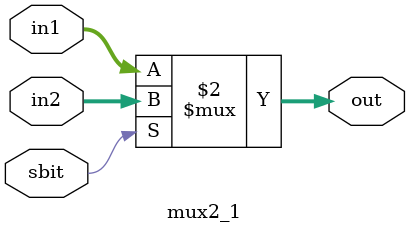
<source format=v>
module mux2_1(out,in1,in2,sbit);

input [15:0]in1,in2;
input sbit;
output [15:0] out;

assign out = (sbit==0)? in1:in2;

endmodule
</source>
